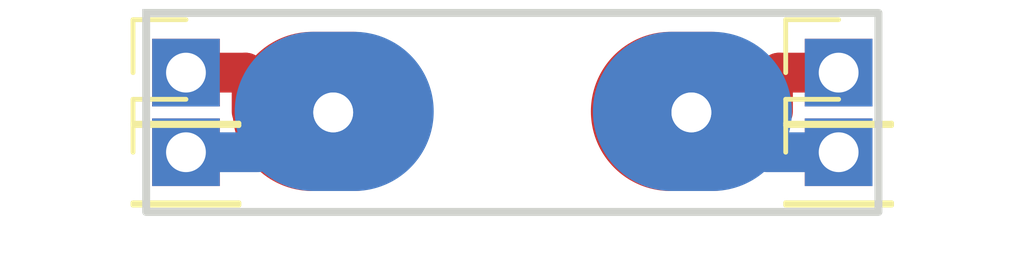
<source format=kicad_pcb>
(kicad_pcb (version 20240108) (generator "pcbnew") (generator_version "8.0")
  (layers (0 "F.Cu" signal) (31 "B.Cu" signal) (34 "B.Paste" user) (35 "F.Paste" user) (36 "B.SilkS" user "B.Silkscreen") (37 "F.SilkS" user "F.Silkscreen") (38 "B.Mask" user) (39 "F.Mask" user) (44 "Edge.Cuts" user))
  (net 0 "")
  (net 1 "/3")
  (net 2 "/4")
  (net 3 "/1")
  (net 4 "/2")
  (footprint ".pretty:screwswitchpad" (layer "F.Cu") (at 145.233 90.932)
    (property "Reference" "J7" (hide yes))
    (property "Value" "Conn_01x01")
    (pad "" np_thru_hole oval (at 0 0) (size 1 1) (drill 2.6) (layers "F&B.Cu" "*.Mask") (clearance 0.01))
    (pad "1" smd oval (at -0.0254 -0.0254) (size 5 4) (layers "F.Cu" "F.Paste" "F.Mask") (net 3 "/1"))
  )
  (footprint ".pretty:screwswitchpad" (layer "F.Cu") (at 154.233 90.932)
    (property "Reference" "J2" (hide yes))
    (property "Value" "Conn_01x01")
    (pad "" np_thru_hole oval (at 0 0) (size 1 1) (drill 2.6) (layers "F&B.Cu" "*.Mask") (clearance 0.01))
    (pad "1" smd oval (at -0.0254 -0.0254) (size 5 4) (layers "F.Cu" "F.Paste" "F.Mask") (net 2 "/4"))
  )
  (footprint "Connector_PinHeader_2.54mm:PinHeader_1x01_P2.54mm_Vertical" (layer "F.Cu") (at 141.533 89.932)
    (property "Reference" "J5" (hide yes))
    (property "Value" "Conn_01x01")
    (fp_line (start -1.33 -1.33) (end 0 -1.33) (stroke (width 0.12)) (layer "F.SilkS"))
    (fp_line (start -1.33 0) (end -1.33 -1.33) (stroke (width 0.12)) (layer "F.SilkS"))
    (fp_line (start -1.33 1.27) (end -1.33 1.33) (stroke (width 0.12)) (layer "F.SilkS"))
    (fp_line (start -1.33 1.27) (end 1.33 1.27) (stroke (width 0.12)) (layer "F.SilkS"))
    (fp_line (start -1.33 1.33) (end 1.33 1.33) (stroke (width 0.12)) (layer "F.SilkS"))
    (fp_line (start 1.33 1.27) (end 1.33 1.33) (stroke (width 0.12)) (layer "F.SilkS"))
    (pad "1" thru_hole rect (at 0 0) (size 1.7 1.7) (drill 1) (layers "*.Cu" "*.Mask") (net 3 "/1"))
  )
  (footprint "Connector_PinHeader_2.54mm:PinHeader_1x01_P2.54mm_Vertical" (layer "F.Cu") (at 141.533 91.932)
    (property "Reference" "J6" (hide yes))
    (property "Value" "Conn_01x01")
    (fp_line (start -1.33 -1.33) (end 0 -1.33) (stroke (width 0.12)) (layer "F.SilkS"))
    (fp_line (start -1.33 0) (end -1.33 -1.33) (stroke (width 0.12)) (layer "F.SilkS"))
    (fp_line (start -1.33 1.27) (end -1.33 1.33) (stroke (width 0.12)) (layer "F.SilkS"))
    (fp_line (start -1.33 1.27) (end 1.33 1.27) (stroke (width 0.12)) (layer "F.SilkS"))
    (fp_line (start -1.33 1.33) (end 1.33 1.33) (stroke (width 0.12)) (layer "F.SilkS"))
    (fp_line (start 1.33 1.27) (end 1.33 1.33) (stroke (width 0.12)) (layer "F.SilkS"))
    (pad "1" thru_hole rect (at 0 0) (size 1.7 1.7) (drill 1) (layers "*.Cu" "*.Mask") (net 4 "/2"))
  )
  (footprint "MountingHole:MountingHole_2.2mm_M2_DIN965" (layer "F.Cu") (at 149.733 90.932)
    (property "Reference" "H1" (hide yes))
    (property "Value" "MountingHole")
    (pad "" np_thru_hole circle (at 0 0) (size 2.2 2.2) (drill 2.2) (layers "*.Cu" "*.Mask"))
  )
  (footprint "Connector_PinHeader_2.54mm:PinHeader_1x01_P2.54mm_Vertical" (layer "F.Cu") (at 157.933 89.932)
    (property "Reference" "J4" (hide yes))
    (property "Value" "Conn_01x01")
    (fp_line (start -1.33 -1.33) (end 0 -1.33) (stroke (width 0.12)) (layer "F.SilkS"))
    (fp_line (start -1.33 0) (end -1.33 -1.33) (stroke (width 0.12)) (layer "F.SilkS"))
    (fp_line (start -1.33 1.27) (end -1.33 1.33) (stroke (width 0.12)) (layer "F.SilkS"))
    (fp_line (start -1.33 1.27) (end 1.33 1.27) (stroke (width 0.12)) (layer "F.SilkS"))
    (fp_line (start -1.33 1.33) (end 1.33 1.33) (stroke (width 0.12)) (layer "F.SilkS"))
    (fp_line (start 1.33 1.27) (end 1.33 1.33) (stroke (width 0.12)) (layer "F.SilkS"))
    (pad "1" thru_hole rect (at 0 0) (size 1.7 1.7) (drill 1) (layers "*.Cu" "*.Mask") (net 2 "/4"))
  )
  (footprint "Connector_PinHeader_2.54mm:PinHeader_1x01_P2.54mm_Vertical" (layer "F.Cu") (at 157.933 91.932)
    (property "Reference" "J3" (hide yes))
    (property "Value" "Conn_01x01")
    (fp_line (start -1.33 -1.33) (end 0 -1.33) (stroke (width 0.12)) (layer "F.SilkS"))
    (fp_line (start -1.33 0) (end -1.33 -1.33) (stroke (width 0.12)) (layer "F.SilkS"))
    (fp_line (start -1.33 1.27) (end -1.33 1.33) (stroke (width 0.12)) (layer "F.SilkS"))
    (fp_line (start -1.33 1.27) (end 1.33 1.27) (stroke (width 0.12)) (layer "F.SilkS"))
    (fp_line (start -1.33 1.33) (end 1.33 1.33) (stroke (width 0.12)) (layer "F.SilkS"))
    (fp_line (start 1.33 1.27) (end 1.33 1.33) (stroke (width 0.12)) (layer "F.SilkS"))
    (pad "1" thru_hole rect (at 0 0) (size 1.7 1.7) (drill 1) (layers "*.Cu" "*.Mask") (net 1 "/3"))
  )
  (footprint ".pretty:screwswitchpad" (layer "B.Cu") (at 145.233 90.932 180)
    (property "Reference" "J8" (hide yes))
    (property "Value" "Conn_01x01")
    (pad "" np_thru_hole oval (at 0 0 180) (size 1 1) (drill 2.6) (layers "F&B.Cu" "*.Mask") (clearance 0.01))
    (pad "1" smd oval (at -0.0254 0.0254 180) (size 5 4) (layers "B.Cu" "B.Paste" "B.Mask") (net 4 "/2"))
  )
  (footprint ".pretty:screwswitchpad" (layer "B.Cu") (at 154.233 90.932 180)
    (property "Reference" "J1" (hide yes))
    (property "Value" "Conn_01x01")
    (pad "" np_thru_hole oval (at 0 0 180) (size 1 1) (drill 2.6) (layers "F&B.Cu" "*.Mask") (clearance 0.01))
    (pad "1" smd oval (at -0.0254 0.0254 180) (size 5 4) (layers "B.Cu" "B.Paste" "B.Mask") (net 1 "/3"))
  )
  (gr_rect (start 140.533 88.432) (end 158.933 93.432) (stroke (width 0.2)) (fill none) (layer "Edge.Cuts"))
  (segment (start 157.933 91.932) (end 156.132138 91.932) (width 1) (layer "B.Cu") (net 1))
  (segment (start 156.283 90.082862) (end 156.283 90.9066) (width 1) (layer "F.Cu") (net 2))
  (segment (start 157.933 89.932) (end 156.433862 89.932) (width 1) (layer "F.Cu") (net 2))
  (segment (start 156.433862 89.932) (end 156.283 90.082862) (width 1) (layer "F.Cu") (net 2))
  (segment (start 143.032138 89.932) (end 143.183 90.082862) (width 1) (layer "F.Cu") (net 3))
  (segment (start 141.533 89.932) (end 143.032138 89.932) (width 1) (layer "F.Cu") (net 3))
  (segment (start 143.183 90.082862) (end 143.183 90.9066) (width 1) (layer "F.Cu") (net 3))
  (segment (start 141.533 91.932) (end 143.333862 91.932) (width 1) (layer "B.Cu") (net 4))
)
</source>
